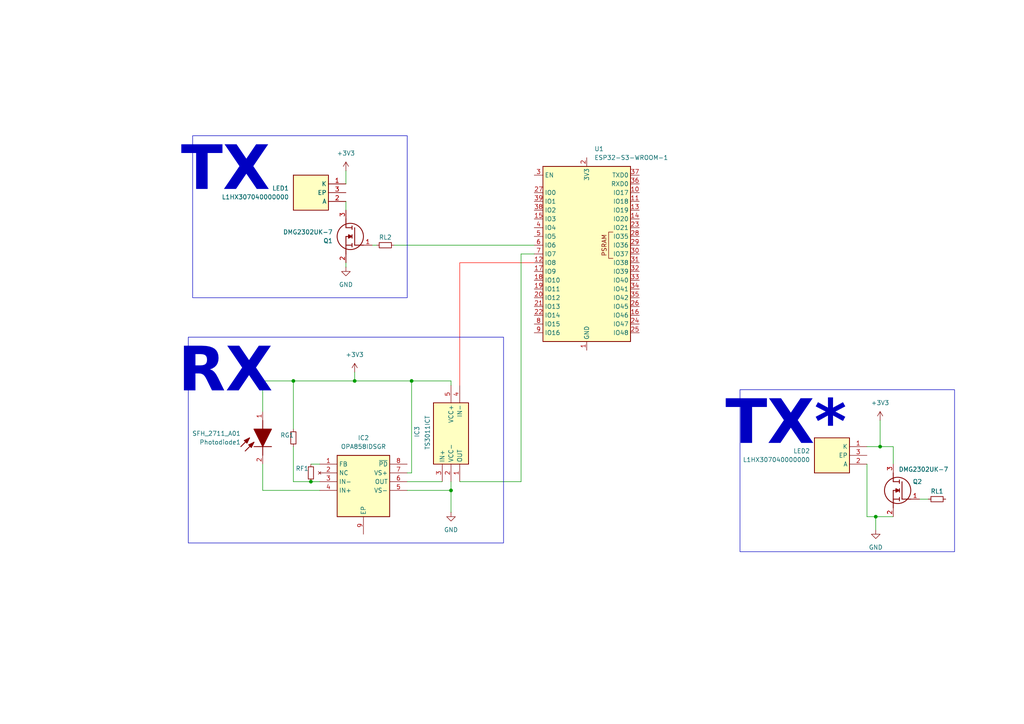
<source format=kicad_sch>
(kicad_sch
	(version 20231120)
	(generator "eeschema")
	(generator_version "8.0")
	(uuid "c074d677-57a2-4c27-a13c-a79f2f746876")
	(paper "A4")
	(lib_symbols
		(symbol "Device:R_Small"
			(pin_numbers hide)
			(pin_names
				(offset 0.254) hide)
			(exclude_from_sim no)
			(in_bom yes)
			(on_board yes)
			(property "Reference" "R"
				(at 0.762 0.508 0)
				(effects
					(font
						(size 1.27 1.27)
					)
					(justify left)
				)
			)
			(property "Value" "R_Small"
				(at 0.762 -1.016 0)
				(effects
					(font
						(size 1.27 1.27)
					)
					(justify left)
				)
			)
			(property "Footprint" ""
				(at 0 0 0)
				(effects
					(font
						(size 1.27 1.27)
					)
					(hide yes)
				)
			)
			(property "Datasheet" "~"
				(at 0 0 0)
				(effects
					(font
						(size 1.27 1.27)
					)
					(hide yes)
				)
			)
			(property "Description" "Resistor, small symbol"
				(at 0 0 0)
				(effects
					(font
						(size 1.27 1.27)
					)
					(hide yes)
				)
			)
			(property "ki_keywords" "R resistor"
				(at 0 0 0)
				(effects
					(font
						(size 1.27 1.27)
					)
					(hide yes)
				)
			)
			(property "ki_fp_filters" "R_*"
				(at 0 0 0)
				(effects
					(font
						(size 1.27 1.27)
					)
					(hide yes)
				)
			)
			(symbol "R_Small_0_1"
				(rectangle
					(start -0.762 1.778)
					(end 0.762 -1.778)
					(stroke
						(width 0.2032)
						(type default)
					)
					(fill
						(type none)
					)
				)
			)
			(symbol "R_Small_1_1"
				(pin passive line
					(at 0 2.54 270)
					(length 0.762)
					(name "~"
						(effects
							(font
								(size 1.27 1.27)
							)
						)
					)
					(number "1"
						(effects
							(font
								(size 1.27 1.27)
							)
						)
					)
				)
				(pin passive line
					(at 0 -2.54 90)
					(length 0.762)
					(name "~"
						(effects
							(font
								(size 1.27 1.27)
							)
						)
					)
					(number "2"
						(effects
							(font
								(size 1.27 1.27)
							)
						)
					)
				)
			)
		)
		(symbol "RF_Module:ESP32-S3-WROOM-1"
			(exclude_from_sim no)
			(in_bom yes)
			(on_board yes)
			(property "Reference" "U"
				(at -12.7 26.67 0)
				(effects
					(font
						(size 1.27 1.27)
					)
				)
			)
			(property "Value" "ESP32-S3-WROOM-1"
				(at 12.7 26.67 0)
				(effects
					(font
						(size 1.27 1.27)
					)
				)
			)
			(property "Footprint" "RF_Module:ESP32-S3-WROOM-1"
				(at 0 2.54 0)
				(effects
					(font
						(size 1.27 1.27)
					)
					(hide yes)
				)
			)
			(property "Datasheet" "https://www.espressif.com/sites/default/files/documentation/esp32-s3-wroom-1_wroom-1u_datasheet_en.pdf"
				(at 0 0 0)
				(effects
					(font
						(size 1.27 1.27)
					)
					(hide yes)
				)
			)
			(property "Description" "RF Module, ESP32-S3 SoC, Wi-Fi 802.11b/g/n, Bluetooth, BLE, 32-bit, 3.3V, onboard antenna, SMD"
				(at 0 0 0)
				(effects
					(font
						(size 1.27 1.27)
					)
					(hide yes)
				)
			)
			(property "ki_keywords" "RF Radio BT ESP ESP32-S3 Espressif onboard PCB antenna"
				(at 0 0 0)
				(effects
					(font
						(size 1.27 1.27)
					)
					(hide yes)
				)
			)
			(property "ki_fp_filters" "ESP32?S3?WROOM?1*"
				(at 0 0 0)
				(effects
					(font
						(size 1.27 1.27)
					)
					(hide yes)
				)
			)
			(symbol "ESP32-S3-WROOM-1_0_0"
				(rectangle
					(start -12.7 25.4)
					(end 12.7 -25.4)
					(stroke
						(width 0.254)
						(type default)
					)
					(fill
						(type background)
					)
				)
				(text "PSRAM"
					(at 5.08 2.54 900)
					(effects
						(font
							(size 1.27 1.27)
						)
					)
				)
			)
			(symbol "ESP32-S3-WROOM-1_0_1"
				(polyline
					(pts
						(xy 7.62 -1.27) (xy 6.35 -1.27) (xy 6.35 6.35) (xy 7.62 6.35)
					)
					(stroke
						(width 0)
						(type default)
					)
					(fill
						(type none)
					)
				)
			)
			(symbol "ESP32-S3-WROOM-1_1_1"
				(pin power_in line
					(at 0 -27.94 90)
					(length 2.54)
					(name "GND"
						(effects
							(font
								(size 1.27 1.27)
							)
						)
					)
					(number "1"
						(effects
							(font
								(size 1.27 1.27)
							)
						)
					)
				)
				(pin bidirectional line
					(at 15.24 17.78 180)
					(length 2.54)
					(name "IO17"
						(effects
							(font
								(size 1.27 1.27)
							)
						)
					)
					(number "10"
						(effects
							(font
								(size 1.27 1.27)
							)
						)
					)
				)
				(pin bidirectional line
					(at 15.24 15.24 180)
					(length 2.54)
					(name "IO18"
						(effects
							(font
								(size 1.27 1.27)
							)
						)
					)
					(number "11"
						(effects
							(font
								(size 1.27 1.27)
							)
						)
					)
				)
				(pin bidirectional line
					(at -15.24 -2.54 0)
					(length 2.54)
					(name "IO8"
						(effects
							(font
								(size 1.27 1.27)
							)
						)
					)
					(number "12"
						(effects
							(font
								(size 1.27 1.27)
							)
						)
					)
				)
				(pin bidirectional line
					(at 15.24 12.7 180)
					(length 2.54)
					(name "IO19"
						(effects
							(font
								(size 1.27 1.27)
							)
						)
					)
					(number "13"
						(effects
							(font
								(size 1.27 1.27)
							)
						)
					)
				)
				(pin bidirectional line
					(at 15.24 10.16 180)
					(length 2.54)
					(name "IO20"
						(effects
							(font
								(size 1.27 1.27)
							)
						)
					)
					(number "14"
						(effects
							(font
								(size 1.27 1.27)
							)
						)
					)
				)
				(pin bidirectional line
					(at -15.24 10.16 0)
					(length 2.54)
					(name "IO3"
						(effects
							(font
								(size 1.27 1.27)
							)
						)
					)
					(number "15"
						(effects
							(font
								(size 1.27 1.27)
							)
						)
					)
				)
				(pin bidirectional line
					(at 15.24 -17.78 180)
					(length 2.54)
					(name "IO46"
						(effects
							(font
								(size 1.27 1.27)
							)
						)
					)
					(number "16"
						(effects
							(font
								(size 1.27 1.27)
							)
						)
					)
				)
				(pin bidirectional line
					(at -15.24 -5.08 0)
					(length 2.54)
					(name "IO9"
						(effects
							(font
								(size 1.27 1.27)
							)
						)
					)
					(number "17"
						(effects
							(font
								(size 1.27 1.27)
							)
						)
					)
				)
				(pin bidirectional line
					(at -15.24 -7.62 0)
					(length 2.54)
					(name "IO10"
						(effects
							(font
								(size 1.27 1.27)
							)
						)
					)
					(number "18"
						(effects
							(font
								(size 1.27 1.27)
							)
						)
					)
				)
				(pin bidirectional line
					(at -15.24 -10.16 0)
					(length 2.54)
					(name "IO11"
						(effects
							(font
								(size 1.27 1.27)
							)
						)
					)
					(number "19"
						(effects
							(font
								(size 1.27 1.27)
							)
						)
					)
				)
				(pin power_in line
					(at 0 27.94 270)
					(length 2.54)
					(name "3V3"
						(effects
							(font
								(size 1.27 1.27)
							)
						)
					)
					(number "2"
						(effects
							(font
								(size 1.27 1.27)
							)
						)
					)
				)
				(pin bidirectional line
					(at -15.24 -12.7 0)
					(length 2.54)
					(name "IO12"
						(effects
							(font
								(size 1.27 1.27)
							)
						)
					)
					(number "20"
						(effects
							(font
								(size 1.27 1.27)
							)
						)
					)
				)
				(pin bidirectional line
					(at -15.24 -15.24 0)
					(length 2.54)
					(name "IO13"
						(effects
							(font
								(size 1.27 1.27)
							)
						)
					)
					(number "21"
						(effects
							(font
								(size 1.27 1.27)
							)
						)
					)
				)
				(pin bidirectional line
					(at -15.24 -17.78 0)
					(length 2.54)
					(name "IO14"
						(effects
							(font
								(size 1.27 1.27)
							)
						)
					)
					(number "22"
						(effects
							(font
								(size 1.27 1.27)
							)
						)
					)
				)
				(pin bidirectional line
					(at 15.24 7.62 180)
					(length 2.54)
					(name "IO21"
						(effects
							(font
								(size 1.27 1.27)
							)
						)
					)
					(number "23"
						(effects
							(font
								(size 1.27 1.27)
							)
						)
					)
				)
				(pin bidirectional line
					(at 15.24 -20.32 180)
					(length 2.54)
					(name "IO47"
						(effects
							(font
								(size 1.27 1.27)
							)
						)
					)
					(number "24"
						(effects
							(font
								(size 1.27 1.27)
							)
						)
					)
				)
				(pin bidirectional line
					(at 15.24 -22.86 180)
					(length 2.54)
					(name "IO48"
						(effects
							(font
								(size 1.27 1.27)
							)
						)
					)
					(number "25"
						(effects
							(font
								(size 1.27 1.27)
							)
						)
					)
				)
				(pin bidirectional line
					(at 15.24 -15.24 180)
					(length 2.54)
					(name "IO45"
						(effects
							(font
								(size 1.27 1.27)
							)
						)
					)
					(number "26"
						(effects
							(font
								(size 1.27 1.27)
							)
						)
					)
				)
				(pin bidirectional line
					(at -15.24 17.78 0)
					(length 2.54)
					(name "IO0"
						(effects
							(font
								(size 1.27 1.27)
							)
						)
					)
					(number "27"
						(effects
							(font
								(size 1.27 1.27)
							)
						)
					)
				)
				(pin bidirectional line
					(at 15.24 5.08 180)
					(length 2.54)
					(name "IO35"
						(effects
							(font
								(size 1.27 1.27)
							)
						)
					)
					(number "28"
						(effects
							(font
								(size 1.27 1.27)
							)
						)
					)
				)
				(pin bidirectional line
					(at 15.24 2.54 180)
					(length 2.54)
					(name "IO36"
						(effects
							(font
								(size 1.27 1.27)
							)
						)
					)
					(number "29"
						(effects
							(font
								(size 1.27 1.27)
							)
						)
					)
				)
				(pin input line
					(at -15.24 22.86 0)
					(length 2.54)
					(name "EN"
						(effects
							(font
								(size 1.27 1.27)
							)
						)
					)
					(number "3"
						(effects
							(font
								(size 1.27 1.27)
							)
						)
					)
				)
				(pin bidirectional line
					(at 15.24 0 180)
					(length 2.54)
					(name "IO37"
						(effects
							(font
								(size 1.27 1.27)
							)
						)
					)
					(number "30"
						(effects
							(font
								(size 1.27 1.27)
							)
						)
					)
				)
				(pin bidirectional line
					(at 15.24 -2.54 180)
					(length 2.54)
					(name "IO38"
						(effects
							(font
								(size 1.27 1.27)
							)
						)
					)
					(number "31"
						(effects
							(font
								(size 1.27 1.27)
							)
						)
					)
				)
				(pin bidirectional line
					(at 15.24 -5.08 180)
					(length 2.54)
					(name "IO39"
						(effects
							(font
								(size 1.27 1.27)
							)
						)
					)
					(number "32"
						(effects
							(font
								(size 1.27 1.27)
							)
						)
					)
				)
				(pin bidirectional line
					(at 15.24 -7.62 180)
					(length 2.54)
					(name "IO40"
						(effects
							(font
								(size 1.27 1.27)
							)
						)
					)
					(number "33"
						(effects
							(font
								(size 1.27 1.27)
							)
						)
					)
				)
				(pin bidirectional line
					(at 15.24 -10.16 180)
					(length 2.54)
					(name "IO41"
						(effects
							(font
								(size 1.27 1.27)
							)
						)
					)
					(number "34"
						(effects
							(font
								(size 1.27 1.27)
							)
						)
					)
				)
				(pin bidirectional line
					(at 15.24 -12.7 180)
					(length 2.54)
					(name "IO42"
						(effects
							(font
								(size 1.27 1.27)
							)
						)
					)
					(number "35"
						(effects
							(font
								(size 1.27 1.27)
							)
						)
					)
				)
				(pin bidirectional line
					(at 15.24 20.32 180)
					(length 2.54)
					(name "RXD0"
						(effects
							(font
								(size 1.27 1.27)
							)
						)
					)
					(number "36"
						(effects
							(font
								(size 1.27 1.27)
							)
						)
					)
				)
				(pin bidirectional line
					(at 15.24 22.86 180)
					(length 2.54)
					(name "TXD0"
						(effects
							(font
								(size 1.27 1.27)
							)
						)
					)
					(number "37"
						(effects
							(font
								(size 1.27 1.27)
							)
						)
					)
				)
				(pin bidirectional line
					(at -15.24 12.7 0)
					(length 2.54)
					(name "IO2"
						(effects
							(font
								(size 1.27 1.27)
							)
						)
					)
					(number "38"
						(effects
							(font
								(size 1.27 1.27)
							)
						)
					)
				)
				(pin bidirectional line
					(at -15.24 15.24 0)
					(length 2.54)
					(name "IO1"
						(effects
							(font
								(size 1.27 1.27)
							)
						)
					)
					(number "39"
						(effects
							(font
								(size 1.27 1.27)
							)
						)
					)
				)
				(pin bidirectional line
					(at -15.24 7.62 0)
					(length 2.54)
					(name "IO4"
						(effects
							(font
								(size 1.27 1.27)
							)
						)
					)
					(number "4"
						(effects
							(font
								(size 1.27 1.27)
							)
						)
					)
				)
				(pin passive line
					(at 0 -27.94 90)
					(length 2.54) hide
					(name "GND"
						(effects
							(font
								(size 1.27 1.27)
							)
						)
					)
					(number "40"
						(effects
							(font
								(size 1.27 1.27)
							)
						)
					)
				)
				(pin passive line
					(at 0 -27.94 90)
					(length 2.54) hide
					(name "GND"
						(effects
							(font
								(size 1.27 1.27)
							)
						)
					)
					(number "41"
						(effects
							(font
								(size 1.27 1.27)
							)
						)
					)
				)
				(pin bidirectional line
					(at -15.24 5.08 0)
					(length 2.54)
					(name "IO5"
						(effects
							(font
								(size 1.27 1.27)
							)
						)
					)
					(number "5"
						(effects
							(font
								(size 1.27 1.27)
							)
						)
					)
				)
				(pin bidirectional line
					(at -15.24 2.54 0)
					(length 2.54)
					(name "IO6"
						(effects
							(font
								(size 1.27 1.27)
							)
						)
					)
					(number "6"
						(effects
							(font
								(size 1.27 1.27)
							)
						)
					)
				)
				(pin bidirectional line
					(at -15.24 0 0)
					(length 2.54)
					(name "IO7"
						(effects
							(font
								(size 1.27 1.27)
							)
						)
					)
					(number "7"
						(effects
							(font
								(size 1.27 1.27)
							)
						)
					)
				)
				(pin bidirectional line
					(at -15.24 -20.32 0)
					(length 2.54)
					(name "IO15"
						(effects
							(font
								(size 1.27 1.27)
							)
						)
					)
					(number "8"
						(effects
							(font
								(size 1.27 1.27)
							)
						)
					)
				)
				(pin bidirectional line
					(at -15.24 -22.86 0)
					(length 2.54)
					(name "IO16"
						(effects
							(font
								(size 1.27 1.27)
							)
						)
					)
					(number "9"
						(effects
							(font
								(size 1.27 1.27)
							)
						)
					)
				)
			)
		)
		(symbol "SamacSys_Parts:DMG2302UK-7"
			(pin_names hide)
			(exclude_from_sim no)
			(in_bom yes)
			(on_board yes)
			(property "Reference" "Q"
				(at 11.43 3.81 0)
				(effects
					(font
						(size 1.27 1.27)
					)
					(justify left top)
				)
			)
			(property "Value" "DMG2302UK-7"
				(at 11.43 1.27 0)
				(effects
					(font
						(size 1.27 1.27)
					)
					(justify left top)
				)
			)
			(property "Footprint" "SOT96P240X110-3N"
				(at 11.43 -98.73 0)
				(effects
					(font
						(size 1.27 1.27)
					)
					(justify left top)
					(hide yes)
				)
			)
			(property "Datasheet" "https://www.diodes.com//assets/Datasheets/DMG2302UK.pdf"
				(at 11.43 -198.73 0)
				(effects
					(font
						(size 1.27 1.27)
					)
					(justify left top)
					(hide yes)
				)
			)
			(property "Description" "MOSFET MOSFET BVDSS: 8V-24V  Low On-Resistance  Low Input Capacitance  Fast Switching Speed  ESD Protected Gate  Totally Lead-Free & Fully RoHS Compliant (Notes 1 & 2)  Halogen and Antimony Free. Green Device (Note 3)  Qualified to AEC-Q101 Standards for High Reliability"
				(at 0 0 0)
				(effects
					(font
						(size 1.27 1.27)
					)
					(hide yes)
				)
			)
			(property "Height" "1.1"
				(at 11.43 -398.73 0)
				(effects
					(font
						(size 1.27 1.27)
					)
					(justify left top)
					(hide yes)
				)
			)
			(property "Mouser Part Number" "621-DMG2302UK-7"
				(at 11.43 -498.73 0)
				(effects
					(font
						(size 1.27 1.27)
					)
					(justify left top)
					(hide yes)
				)
			)
			(property "Mouser Price/Stock" "https://www.mouser.co.uk/ProductDetail/Diodes-Incorporated/DMG2302UK-7?qs=nJRy1mI8RR8oxdwFJAgjOg%3D%3D"
				(at 11.43 -598.73 0)
				(effects
					(font
						(size 1.27 1.27)
					)
					(justify left top)
					(hide yes)
				)
			)
			(property "Manufacturer_Name" "Diodes Incorporated"
				(at 11.43 -698.73 0)
				(effects
					(font
						(size 1.27 1.27)
					)
					(justify left top)
					(hide yes)
				)
			)
			(property "Manufacturer_Part_Number" "DMG2302UK-7"
				(at 11.43 -798.73 0)
				(effects
					(font
						(size 1.27 1.27)
					)
					(justify left top)
					(hide yes)
				)
			)
			(symbol "DMG2302UK-7_1_1"
				(polyline
					(pts
						(xy 2.54 0) (xy 5.08 0)
					)
					(stroke
						(width 0.254)
						(type default)
					)
					(fill
						(type none)
					)
				)
				(polyline
					(pts
						(xy 5.08 5.08) (xy 5.08 0)
					)
					(stroke
						(width 0.254)
						(type default)
					)
					(fill
						(type none)
					)
				)
				(polyline
					(pts
						(xy 5.842 -0.508) (xy 5.842 0.508)
					)
					(stroke
						(width 0.254)
						(type default)
					)
					(fill
						(type none)
					)
				)
				(polyline
					(pts
						(xy 5.842 0) (xy 7.62 0)
					)
					(stroke
						(width 0.254)
						(type default)
					)
					(fill
						(type none)
					)
				)
				(polyline
					(pts
						(xy 5.842 2.032) (xy 5.842 3.048)
					)
					(stroke
						(width 0.254)
						(type default)
					)
					(fill
						(type none)
					)
				)
				(polyline
					(pts
						(xy 5.842 5.588) (xy 5.842 4.572)
					)
					(stroke
						(width 0.254)
						(type default)
					)
					(fill
						(type none)
					)
				)
				(polyline
					(pts
						(xy 7.62 2.54) (xy 5.842 2.54)
					)
					(stroke
						(width 0.254)
						(type default)
					)
					(fill
						(type none)
					)
				)
				(polyline
					(pts
						(xy 7.62 2.54) (xy 7.62 -2.54)
					)
					(stroke
						(width 0.254)
						(type default)
					)
					(fill
						(type none)
					)
				)
				(polyline
					(pts
						(xy 7.62 5.08) (xy 5.842 5.08)
					)
					(stroke
						(width 0.254)
						(type default)
					)
					(fill
						(type none)
					)
				)
				(polyline
					(pts
						(xy 7.62 5.08) (xy 7.62 7.62)
					)
					(stroke
						(width 0.254)
						(type default)
					)
					(fill
						(type none)
					)
				)
				(polyline
					(pts
						(xy 5.842 2.54) (xy 6.858 3.048) (xy 6.858 2.032) (xy 5.842 2.54)
					)
					(stroke
						(width 0.254)
						(type default)
					)
					(fill
						(type outline)
					)
				)
				(circle
					(center 6.35 2.54)
					(radius 3.81)
					(stroke
						(width 0.254)
						(type default)
					)
					(fill
						(type none)
					)
				)
				(pin passive line
					(at 0 0 0)
					(length 2.54)
					(name "G"
						(effects
							(font
								(size 1.27 1.27)
							)
						)
					)
					(number "1"
						(effects
							(font
								(size 1.27 1.27)
							)
						)
					)
				)
				(pin passive line
					(at 7.62 -5.08 90)
					(length 2.54)
					(name "S"
						(effects
							(font
								(size 1.27 1.27)
							)
						)
					)
					(number "2"
						(effects
							(font
								(size 1.27 1.27)
							)
						)
					)
				)
				(pin passive line
					(at 7.62 10.16 270)
					(length 2.54)
					(name "D"
						(effects
							(font
								(size 1.27 1.27)
							)
						)
					)
					(number "3"
						(effects
							(font
								(size 1.27 1.27)
							)
						)
					)
				)
			)
		)
		(symbol "SamacSys_Parts:L1HX-65702D0000000"
			(exclude_from_sim no)
			(in_bom yes)
			(on_board yes)
			(property "Reference" "LED"
				(at 16.51 7.62 0)
				(effects
					(font
						(size 1.27 1.27)
					)
					(justify left top)
				)
			)
			(property "Value" "L1HX-65702D0000000"
				(at 16.51 5.08 0)
				(effects
					(font
						(size 1.27 1.27)
					)
					(justify left top)
				)
			)
			(property "Footprint" "L1HX65702D0000000"
				(at 16.51 -94.92 0)
				(effects
					(font
						(size 1.27 1.27)
					)
					(justify left top)
					(hide yes)
				)
			)
			(property "Datasheet" ""
				(at 16.51 -194.92 0)
				(effects
					(font
						(size 1.27 1.27)
					)
					(justify left top)
					(hide yes)
				)
			)
			(property "Description" "High Power LEDs - White White 6500 K 70-CRI, LUXEON HL2X"
				(at 0 0 0)
				(effects
					(font
						(size 1.27 1.27)
					)
					(hide yes)
				)
			)
			(property "Height" "2.385"
				(at 16.51 -394.92 0)
				(effects
					(font
						(size 1.27 1.27)
					)
					(justify left top)
					(hide yes)
				)
			)
			(property "Mouser Part Number" "997-L1HX65702D00"
				(at 16.51 -494.92 0)
				(effects
					(font
						(size 1.27 1.27)
					)
					(justify left top)
					(hide yes)
				)
			)
			(property "Mouser Price/Stock" "https://www.mouser.co.uk/ProductDetail/Lumileds/L1HX-65702D0000000?qs=rQFj71Wb1eWfHahR7D6%252B7g%3D%3D"
				(at 16.51 -594.92 0)
				(effects
					(font
						(size 1.27 1.27)
					)
					(justify left top)
					(hide yes)
				)
			)
			(property "Manufacturer_Name" "Lumileds"
				(at 16.51 -694.92 0)
				(effects
					(font
						(size 1.27 1.27)
					)
					(justify left top)
					(hide yes)
				)
			)
			(property "Manufacturer_Part_Number" "L1HX-65702D0000000"
				(at 16.51 -794.92 0)
				(effects
					(font
						(size 1.27 1.27)
					)
					(justify left top)
					(hide yes)
				)
			)
			(symbol "L1HX-65702D0000000_1_1"
				(rectangle
					(start 5.08 2.54)
					(end 15.24 -7.62)
					(stroke
						(width 0.254)
						(type default)
					)
					(fill
						(type background)
					)
				)
				(pin passive line
					(at 0 0 0)
					(length 5.08)
					(name "K"
						(effects
							(font
								(size 1.27 1.27)
							)
						)
					)
					(number "1"
						(effects
							(font
								(size 1.27 1.27)
							)
						)
					)
				)
				(pin passive line
					(at 0 -5.08 0)
					(length 5.08)
					(name "A"
						(effects
							(font
								(size 1.27 1.27)
							)
						)
					)
					(number "2"
						(effects
							(font
								(size 1.27 1.27)
							)
						)
					)
				)
				(pin passive line
					(at 0 -2.54 0)
					(length 5.08)
					(name "EP"
						(effects
							(font
								(size 1.27 1.27)
							)
						)
					)
					(number "3"
						(effects
							(font
								(size 1.27 1.27)
							)
						)
					)
				)
			)
		)
		(symbol "SamacSys_Parts:OPA858IDSGR"
			(exclude_from_sim no)
			(in_bom yes)
			(on_board yes)
			(property "Reference" "IC"
				(at 21.59 7.62 0)
				(effects
					(font
						(size 1.27 1.27)
					)
					(justify left top)
				)
			)
			(property "Value" "OPA858IDSGR"
				(at 21.59 5.08 0)
				(effects
					(font
						(size 1.27 1.27)
					)
					(justify left top)
				)
			)
			(property "Footprint" "SON50P200X200X80-9N"
				(at 21.59 -94.92 0)
				(effects
					(font
						(size 1.27 1.27)
					)
					(justify left top)
					(hide yes)
				)
			)
			(property "Datasheet" "http://www.ti.com/lit/gpn/opa858"
				(at 21.59 -194.92 0)
				(effects
					(font
						(size 1.27 1.27)
					)
					(justify left top)
					(hide yes)
				)
			)
			(property "Description" "5.5 GHz Gain Bandwidth Product, Decompensated Transimpedance Amplifier with FET Input"
				(at 0 0 0)
				(effects
					(font
						(size 1.27 1.27)
					)
					(hide yes)
				)
			)
			(property "Height" "0.8"
				(at 21.59 -394.92 0)
				(effects
					(font
						(size 1.27 1.27)
					)
					(justify left top)
					(hide yes)
				)
			)
			(property "Mouser Part Number" "595-OPA858IDSGR"
				(at 21.59 -494.92 0)
				(effects
					(font
						(size 1.27 1.27)
					)
					(justify left top)
					(hide yes)
				)
			)
			(property "Mouser Price/Stock" "https://www.mouser.co.uk/ProductDetail/Texas-Instruments/OPA858IDSGR?qs=w%2Fv1CP2dgqqeUFogXMSqHA%3D%3D"
				(at 21.59 -594.92 0)
				(effects
					(font
						(size 1.27 1.27)
					)
					(justify left top)
					(hide yes)
				)
			)
			(property "Manufacturer_Name" "Texas Instruments"
				(at 21.59 -694.92 0)
				(effects
					(font
						(size 1.27 1.27)
					)
					(justify left top)
					(hide yes)
				)
			)
			(property "Manufacturer_Part_Number" "OPA858IDSGR"
				(at 21.59 -794.92 0)
				(effects
					(font
						(size 1.27 1.27)
					)
					(justify left top)
					(hide yes)
				)
			)
			(symbol "OPA858IDSGR_1_1"
				(rectangle
					(start 5.08 2.54)
					(end 20.32 -15.24)
					(stroke
						(width 0.254)
						(type default)
					)
					(fill
						(type background)
					)
				)
				(pin passive line
					(at 0 0 0)
					(length 5.08)
					(name "FB"
						(effects
							(font
								(size 1.27 1.27)
							)
						)
					)
					(number "1"
						(effects
							(font
								(size 1.27 1.27)
							)
						)
					)
				)
				(pin no_connect line
					(at 0 -2.54 0)
					(length 5.08)
					(name "NC"
						(effects
							(font
								(size 1.27 1.27)
							)
						)
					)
					(number "2"
						(effects
							(font
								(size 1.27 1.27)
							)
						)
					)
				)
				(pin passive line
					(at 0 -5.08 0)
					(length 5.08)
					(name "IN-"
						(effects
							(font
								(size 1.27 1.27)
							)
						)
					)
					(number "3"
						(effects
							(font
								(size 1.27 1.27)
							)
						)
					)
				)
				(pin passive line
					(at 0 -7.62 0)
					(length 5.08)
					(name "IN+"
						(effects
							(font
								(size 1.27 1.27)
							)
						)
					)
					(number "4"
						(effects
							(font
								(size 1.27 1.27)
							)
						)
					)
				)
				(pin passive line
					(at 25.4 -7.62 180)
					(length 5.08)
					(name "VS-"
						(effects
							(font
								(size 1.27 1.27)
							)
						)
					)
					(number "5"
						(effects
							(font
								(size 1.27 1.27)
							)
						)
					)
				)
				(pin passive line
					(at 25.4 -5.08 180)
					(length 5.08)
					(name "OUT"
						(effects
							(font
								(size 1.27 1.27)
							)
						)
					)
					(number "6"
						(effects
							(font
								(size 1.27 1.27)
							)
						)
					)
				)
				(pin passive line
					(at 25.4 -2.54 180)
					(length 5.08)
					(name "VS+"
						(effects
							(font
								(size 1.27 1.27)
							)
						)
					)
					(number "7"
						(effects
							(font
								(size 1.27 1.27)
							)
						)
					)
				)
				(pin passive line
					(at 25.4 0 180)
					(length 5.08)
					(name "~{PD}"
						(effects
							(font
								(size 1.27 1.27)
							)
						)
					)
					(number "8"
						(effects
							(font
								(size 1.27 1.27)
							)
						)
					)
				)
				(pin passive line
					(at 12.7 -20.32 90)
					(length 5.08)
					(name "EP"
						(effects
							(font
								(size 1.27 1.27)
							)
						)
					)
					(number "9"
						(effects
							(font
								(size 1.27 1.27)
							)
						)
					)
				)
			)
		)
		(symbol "SamacSys_Parts:SFH_2711_A01"
			(pin_names hide)
			(exclude_from_sim no)
			(in_bom yes)
			(on_board yes)
			(property "Reference" "Photodiode"
				(at 6.3499 6.35 90)
				(effects
					(font
						(size 1.27 1.27)
					)
					(justify left)
				)
			)
			(property "Value" "SFH_2711_A01"
				(at 8.8899 6.35 90)
				(effects
					(font
						(size 1.27 1.27)
					)
					(justify left)
				)
			)
			(property "Footprint" "SFH2711A01"
				(at 12.7 -93.65 0)
				(effects
					(font
						(size 1.27 1.27)
					)
					(justify left bottom)
					(hide yes)
				)
			)
			(property "Datasheet" ""
				(at 12.7 -193.65 0)
				(effects
					(font
						(size 1.27 1.27)
					)
					(justify left bottom)
					(hide yes)
				)
			)
			(property "Description" "Photodiodes Silicon Photodiode ChipLED"
				(at 0 0 0)
				(effects
					(font
						(size 1.27 1.27)
					)
					(hide yes)
				)
			)
			(property "Height" "1"
				(at 12.7 -393.65 0)
				(effects
					(font
						(size 1.27 1.27)
					)
					(justify left bottom)
					(hide yes)
				)
			)
			(property "Mouser Part Number" "720-SFH2711A01"
				(at 12.7 -493.65 0)
				(effects
					(font
						(size 1.27 1.27)
					)
					(justify left bottom)
					(hide yes)
				)
			)
			(property "Mouser Price/Stock" "https://www.mouser.co.uk/ProductDetail/OSRAM-Opto-Semiconductors/SFH-2711-A01?qs=vLWxofP3U2wVnXYHvQuCoQ%3D%3D"
				(at 12.7 -593.65 0)
				(effects
					(font
						(size 1.27 1.27)
					)
					(justify left bottom)
					(hide yes)
				)
			)
			(property "Manufacturer_Name" "ams OSRAM"
				(at 12.7 -693.65 0)
				(effects
					(font
						(size 1.27 1.27)
					)
					(justify left bottom)
					(hide yes)
				)
			)
			(property "Manufacturer_Part_Number" "SFH 2711 A01"
				(at 12.7 -793.65 0)
				(effects
					(font
						(size 1.27 1.27)
					)
					(justify left bottom)
					(hide yes)
				)
			)
			(symbol "SFH_2711_A01_1_1"
				(polyline
					(pts
						(xy 2.54 0) (xy 5.08 0)
					)
					(stroke
						(width 0.254)
						(type default)
					)
					(fill
						(type none)
					)
				)
				(polyline
					(pts
						(xy 3.81 5.08) (xy 6.35 2.54)
					)
					(stroke
						(width 0.254)
						(type default)
					)
					(fill
						(type none)
					)
				)
				(polyline
					(pts
						(xy 5.08 2.54) (xy 5.08 -2.54)
					)
					(stroke
						(width 0.254)
						(type default)
					)
					(fill
						(type none)
					)
				)
				(polyline
					(pts
						(xy 5.08 6.35) (xy 7.62 3.81)
					)
					(stroke
						(width 0.254)
						(type default)
					)
					(fill
						(type none)
					)
				)
				(polyline
					(pts
						(xy 10.16 0) (xy 12.7 0)
					)
					(stroke
						(width 0.254)
						(type default)
					)
					(fill
						(type none)
					)
				)
				(polyline
					(pts
						(xy 5.08 0) (xy 10.16 2.54) (xy 10.16 -2.54) (xy 5.08 0)
					)
					(stroke
						(width 0.254)
						(type default)
					)
					(fill
						(type outline)
					)
				)
				(polyline
					(pts
						(xy 5.588 4.064) (xy 4.826 3.302) (xy 6.35 2.54) (xy 5.588 4.064)
					)
					(stroke
						(width 0.254)
						(type default)
					)
					(fill
						(type outline)
					)
				)
				(polyline
					(pts
						(xy 6.858 5.334) (xy 6.096 4.572) (xy 7.62 3.81) (xy 6.858 5.334)
					)
					(stroke
						(width 0.254)
						(type default)
					)
					(fill
						(type outline)
					)
				)
				(pin passive line
					(at 15.24 0 180)
					(length 2.54)
					(name "A"
						(effects
							(font
								(size 1.27 1.27)
							)
						)
					)
					(number "1"
						(effects
							(font
								(size 1.27 1.27)
							)
						)
					)
				)
				(pin passive line
					(at 0 0 0)
					(length 2.54)
					(name "K"
						(effects
							(font
								(size 1.27 1.27)
							)
						)
					)
					(number "2"
						(effects
							(font
								(size 1.27 1.27)
							)
						)
					)
				)
			)
		)
		(symbol "SamacSys_Parts:TS3011ICT"
			(exclude_from_sim no)
			(in_bom yes)
			(on_board yes)
			(property "Reference" "IC"
				(at 24.13 7.62 0)
				(effects
					(font
						(size 1.27 1.27)
					)
					(justify left top)
				)
			)
			(property "Value" "TS3011ICT"
				(at 24.13 5.08 0)
				(effects
					(font
						(size 1.27 1.27)
					)
					(justify left top)
				)
			)
			(property "Footprint" "SOT65P210X110-5N"
				(at 24.13 -94.92 0)
				(effects
					(font
						(size 1.27 1.27)
					)
					(justify left top)
					(hide yes)
				)
			)
			(property "Datasheet" "http://www.st.com/web/en/resource/technical/document/datasheet/DM00035351.pdf"
				(at 24.13 -194.92 0)
				(effects
					(font
						(size 1.27 1.27)
					)
					(justify left top)
					(hide yes)
				)
			)
			(property "Description" ""
				(at 0 0 0)
				(effects
					(font
						(size 1.27 1.27)
					)
					(hide yes)
				)
			)
			(property "Height" "1.1"
				(at 24.13 -394.92 0)
				(effects
					(font
						(size 1.27 1.27)
					)
					(justify left top)
					(hide yes)
				)
			)
			(property "Mouser Part Number" "511-TS3011ICT"
				(at 24.13 -494.92 0)
				(effects
					(font
						(size 1.27 1.27)
					)
					(justify left top)
					(hide yes)
				)
			)
			(property "Mouser Price/Stock" "https://www.mouser.co.uk/ProductDetail/STMicroelectronics/TS3011ICT?qs=T%2FOtf55vL7cA9j6EqKLXGQ%3D%3D"
				(at 24.13 -594.92 0)
				(effects
					(font
						(size 1.27 1.27)
					)
					(justify left top)
					(hide yes)
				)
			)
			(property "Manufacturer_Name" "STMicroelectronics"
				(at 24.13 -694.92 0)
				(effects
					(font
						(size 1.27 1.27)
					)
					(justify left top)
					(hide yes)
				)
			)
			(property "Manufacturer_Part_Number" "TS3011ICT"
				(at 24.13 -794.92 0)
				(effects
					(font
						(size 1.27 1.27)
					)
					(justify left top)
					(hide yes)
				)
			)
			(symbol "TS3011ICT_1_1"
				(rectangle
					(start 5.08 2.54)
					(end 22.86 -7.62)
					(stroke
						(width 0.254)
						(type default)
					)
					(fill
						(type background)
					)
				)
				(pin output line
					(at 0 0 0)
					(length 5.08)
					(name "OUT"
						(effects
							(font
								(size 1.27 1.27)
							)
						)
					)
					(number "1"
						(effects
							(font
								(size 1.27 1.27)
							)
						)
					)
				)
				(pin power_in line
					(at 0 -2.54 0)
					(length 5.08)
					(name "VCC-"
						(effects
							(font
								(size 1.27 1.27)
							)
						)
					)
					(number "2"
						(effects
							(font
								(size 1.27 1.27)
							)
						)
					)
				)
				(pin input line
					(at 0 -5.08 0)
					(length 5.08)
					(name "IN+"
						(effects
							(font
								(size 1.27 1.27)
							)
						)
					)
					(number "3"
						(effects
							(font
								(size 1.27 1.27)
							)
						)
					)
				)
				(pin input line
					(at 27.94 0 180)
					(length 5.08)
					(name "IN-"
						(effects
							(font
								(size 1.27 1.27)
							)
						)
					)
					(number "4"
						(effects
							(font
								(size 1.27 1.27)
							)
						)
					)
				)
				(pin power_in line
					(at 27.94 -2.54 180)
					(length 5.08)
					(name "VCC+"
						(effects
							(font
								(size 1.27 1.27)
							)
						)
					)
					(number "5"
						(effects
							(font
								(size 1.27 1.27)
							)
						)
					)
				)
			)
		)
		(symbol "power:+3V3"
			(power)
			(pin_numbers hide)
			(pin_names
				(offset 0) hide)
			(exclude_from_sim no)
			(in_bom yes)
			(on_board yes)
			(property "Reference" "#PWR"
				(at 0 -3.81 0)
				(effects
					(font
						(size 1.27 1.27)
					)
					(hide yes)
				)
			)
			(property "Value" "+3V3"
				(at 0 3.556 0)
				(effects
					(font
						(size 1.27 1.27)
					)
				)
			)
			(property "Footprint" ""
				(at 0 0 0)
				(effects
					(font
						(size 1.27 1.27)
					)
					(hide yes)
				)
			)
			(property "Datasheet" ""
				(at 0 0 0)
				(effects
					(font
						(size 1.27 1.27)
					)
					(hide yes)
				)
			)
			(property "Description" "Power symbol creates a global label with name \"+3V3\""
				(at 0 0 0)
				(effects
					(font
						(size 1.27 1.27)
					)
					(hide yes)
				)
			)
			(property "ki_keywords" "global power"
				(at 0 0 0)
				(effects
					(font
						(size 1.27 1.27)
					)
					(hide yes)
				)
			)
			(symbol "+3V3_0_1"
				(polyline
					(pts
						(xy -0.762 1.27) (xy 0 2.54)
					)
					(stroke
						(width 0)
						(type default)
					)
					(fill
						(type none)
					)
				)
				(polyline
					(pts
						(xy 0 0) (xy 0 2.54)
					)
					(stroke
						(width 0)
						(type default)
					)
					(fill
						(type none)
					)
				)
				(polyline
					(pts
						(xy 0 2.54) (xy 0.762 1.27)
					)
					(stroke
						(width 0)
						(type default)
					)
					(fill
						(type none)
					)
				)
			)
			(symbol "+3V3_1_1"
				(pin power_in line
					(at 0 0 90)
					(length 0)
					(name "~"
						(effects
							(font
								(size 1.27 1.27)
							)
						)
					)
					(number "1"
						(effects
							(font
								(size 1.27 1.27)
							)
						)
					)
				)
			)
		)
		(symbol "power:GND"
			(power)
			(pin_numbers hide)
			(pin_names
				(offset 0) hide)
			(exclude_from_sim no)
			(in_bom yes)
			(on_board yes)
			(property "Reference" "#PWR"
				(at 0 -6.35 0)
				(effects
					(font
						(size 1.27 1.27)
					)
					(hide yes)
				)
			)
			(property "Value" "GND"
				(at 0 -3.81 0)
				(effects
					(font
						(size 1.27 1.27)
					)
				)
			)
			(property "Footprint" ""
				(at 0 0 0)
				(effects
					(font
						(size 1.27 1.27)
					)
					(hide yes)
				)
			)
			(property "Datasheet" ""
				(at 0 0 0)
				(effects
					(font
						(size 1.27 1.27)
					)
					(hide yes)
				)
			)
			(property "Description" "Power symbol creates a global label with name \"GND\" , ground"
				(at 0 0 0)
				(effects
					(font
						(size 1.27 1.27)
					)
					(hide yes)
				)
			)
			(property "ki_keywords" "global power"
				(at 0 0 0)
				(effects
					(font
						(size 1.27 1.27)
					)
					(hide yes)
				)
			)
			(symbol "GND_0_1"
				(polyline
					(pts
						(xy 0 0) (xy 0 -1.27) (xy 1.27 -1.27) (xy 0 -2.54) (xy -1.27 -1.27) (xy 0 -1.27)
					)
					(stroke
						(width 0)
						(type default)
					)
					(fill
						(type none)
					)
				)
			)
			(symbol "GND_1_1"
				(pin power_in line
					(at 0 0 270)
					(length 0)
					(name "~"
						(effects
							(font
								(size 1.27 1.27)
							)
						)
					)
					(number "1"
						(effects
							(font
								(size 1.27 1.27)
							)
						)
					)
				)
			)
		)
	)
	(junction
		(at 102.87 110.49)
		(diameter 0)
		(color 0 0 0 0)
		(uuid "0276fda5-4201-4677-b952-0932bcc92c7d")
	)
	(junction
		(at 85.09 110.49)
		(diameter 0)
		(color 0 0 0 0)
		(uuid "21702899-0efb-46d8-88cc-11e942c74932")
	)
	(junction
		(at 254 149.86)
		(diameter 0)
		(color 0 0 0 0)
		(uuid "2f941d97-6de8-4767-9691-c1a939f2b3da")
	)
	(junction
		(at 90.17 139.7)
		(diameter 0)
		(color 0 0 0 0)
		(uuid "917e1ab4-904b-4c87-a758-d939b91ff883")
	)
	(junction
		(at 255.27 129.54)
		(diameter 0)
		(color 0 0 0 0)
		(uuid "a3c1f619-b04d-4839-bd85-3d36dec2889e")
	)
	(junction
		(at 119.38 110.49)
		(diameter 0)
		(color 0 0 0 0)
		(uuid "d4dce79b-fa5d-46a5-90c5-8454c5543202")
	)
	(junction
		(at 130.81 142.24)
		(diameter 0)
		(color 0 0 0 0)
		(uuid "fcc507bb-8ef5-4a6d-bbb5-2dfabfe1c2e2")
	)
	(wire
		(pts
			(xy 133.35 139.7) (xy 151.13 139.7)
		)
		(stroke
			(width 0)
			(type default)
		)
		(uuid "007a2d71-00af-4365-85a2-0acdfdcaaedb")
	)
	(wire
		(pts
			(xy 259.08 129.54) (xy 259.08 134.62)
		)
		(stroke
			(width 0)
			(type default)
		)
		(uuid "03ea6102-8bc5-41f5-8879-30cba62754c7")
	)
	(wire
		(pts
			(xy 128.27 139.7) (xy 118.11 139.7)
		)
		(stroke
			(width 0)
			(type default)
		)
		(uuid "048c0115-7f99-4a01-92ee-ba73a92d3239")
	)
	(wire
		(pts
			(xy 76.2 110.49) (xy 76.2 119.38)
		)
		(stroke
			(width 0)
			(type default)
		)
		(uuid "0c71bacb-9f4e-4e67-baf7-7421ff97b520")
	)
	(wire
		(pts
			(xy 102.87 110.49) (xy 119.38 110.49)
		)
		(stroke
			(width 0)
			(type default)
		)
		(uuid "0ea03bb8-3049-4b8f-aafc-5d23fb1ff5a1")
	)
	(wire
		(pts
			(xy 254 149.86) (xy 259.08 149.86)
		)
		(stroke
			(width 0)
			(type default)
		)
		(uuid "0fe0a1ac-0d78-47ac-a3ac-42138426dd20")
	)
	(wire
		(pts
			(xy 102.87 107.95) (xy 102.87 110.49)
		)
		(stroke
			(width 0)
			(type default)
		)
		(uuid "14058aa8-c28d-41b3-9205-cc8f0313a653")
	)
	(wire
		(pts
			(xy 266.7 144.78) (xy 269.24 144.78)
		)
		(stroke
			(width 0)
			(type default)
		)
		(uuid "2156453e-3889-4454-bba0-9b91f72a1736")
	)
	(wire
		(pts
			(xy 76.2 134.62) (xy 76.2 142.24)
		)
		(stroke
			(width 0)
			(type default)
		)
		(uuid "22bdd37a-0d6b-4753-9b4e-a9101237a8db")
	)
	(wire
		(pts
			(xy 133.35 76.2) (xy 154.94 76.2)
		)
		(stroke
			(width 0)
			(type default)
			(color 255 15 4 1)
		)
		(uuid "27596ccc-4c4a-46b5-8041-4ab7250b8094")
	)
	(wire
		(pts
			(xy 130.81 139.7) (xy 130.81 142.24)
		)
		(stroke
			(width 0)
			(type default)
		)
		(uuid "33c1065c-06c7-46de-a349-d209b71b30ca")
	)
	(wire
		(pts
			(xy 130.81 110.49) (xy 119.38 110.49)
		)
		(stroke
			(width 0)
			(type default)
		)
		(uuid "34c4e324-0db3-43a8-960e-e7b07c581bd9")
	)
	(wire
		(pts
			(xy 85.09 139.7) (xy 90.17 139.7)
		)
		(stroke
			(width 0)
			(type default)
		)
		(uuid "36328356-3ae9-496e-8941-30fdd9ac992b")
	)
	(wire
		(pts
			(xy 255.27 129.54) (xy 259.08 129.54)
		)
		(stroke
			(width 0)
			(type default)
		)
		(uuid "4b9d3fa5-1bda-4980-ab37-a002ddac3097")
	)
	(wire
		(pts
			(xy 130.81 111.76) (xy 130.81 110.49)
		)
		(stroke
			(width 0)
			(type default)
		)
		(uuid "4d05977e-4321-4fa3-acff-250fdcd28e17")
	)
	(wire
		(pts
			(xy 109.22 71.12) (xy 107.95 71.12)
		)
		(stroke
			(width 0)
			(type default)
		)
		(uuid "50716d83-9ed9-45d1-a384-cee9c7806232")
	)
	(wire
		(pts
			(xy 119.38 110.49) (xy 119.38 137.16)
		)
		(stroke
			(width 0)
			(type default)
		)
		(uuid "5139a8f0-3016-49e6-b04f-061d5c976c2f")
	)
	(wire
		(pts
			(xy 76.2 142.24) (xy 92.71 142.24)
		)
		(stroke
			(width 0)
			(type default)
		)
		(uuid "53348857-9dc9-48d6-bac7-615a70179eb8")
	)
	(wire
		(pts
			(xy 76.2 110.49) (xy 85.09 110.49)
		)
		(stroke
			(width 0)
			(type default)
		)
		(uuid "56839970-8aed-46ff-9cf0-34f5b7e13339")
	)
	(wire
		(pts
			(xy 90.17 134.62) (xy 92.71 134.62)
		)
		(stroke
			(width 0)
			(type default)
		)
		(uuid "5b4cd9ac-fdf6-4150-9b5d-86584188bca8")
	)
	(wire
		(pts
			(xy 100.33 76.2) (xy 100.33 77.47)
		)
		(stroke
			(width 0)
			(type default)
		)
		(uuid "6773eac9-2a25-4c94-9ee0-02cbbc263c96")
	)
	(wire
		(pts
			(xy 85.09 110.49) (xy 102.87 110.49)
		)
		(stroke
			(width 0)
			(type default)
		)
		(uuid "744da9c6-15d8-4a78-b32c-0eee7779ee0f")
	)
	(wire
		(pts
			(xy 251.46 149.86) (xy 254 149.86)
		)
		(stroke
			(width 0)
			(type default)
		)
		(uuid "7e172ab1-2a1d-441b-a981-de040adac190")
	)
	(wire
		(pts
			(xy 254 149.86) (xy 254 153.67)
		)
		(stroke
			(width 0)
			(type default)
		)
		(uuid "81f117ca-380e-4eea-a298-b12c76c53dca")
	)
	(wire
		(pts
			(xy 90.17 139.7) (xy 92.71 139.7)
		)
		(stroke
			(width 0)
			(type default)
		)
		(uuid "84fa571d-b4d2-4037-b9e0-89d483ffb81d")
	)
	(wire
		(pts
			(xy 119.38 137.16) (xy 118.11 137.16)
		)
		(stroke
			(width 0)
			(type default)
		)
		(uuid "871efa10-9b91-4d44-8ffd-e3251c991e38")
	)
	(wire
		(pts
			(xy 85.09 129.54) (xy 85.09 139.7)
		)
		(stroke
			(width 0)
			(type default)
		)
		(uuid "89bf7cf1-b1de-42bf-ba5b-7e0963946416")
	)
	(wire
		(pts
			(xy 100.33 58.42) (xy 100.33 60.96)
		)
		(stroke
			(width 0)
			(type default)
		)
		(uuid "91a98db3-bd5b-4690-883d-e7067e408ff9")
	)
	(wire
		(pts
			(xy 118.11 142.24) (xy 130.81 142.24)
		)
		(stroke
			(width 0)
			(type default)
		)
		(uuid "92b6a4ef-4e11-43d1-9ea6-d593f42973d3")
	)
	(wire
		(pts
			(xy 151.13 73.66) (xy 154.94 73.66)
		)
		(stroke
			(width 0)
			(type default)
		)
		(uuid "9a5f7db1-8a72-4531-9515-e6433b78159a")
	)
	(wire
		(pts
			(xy 255.27 121.92) (xy 255.27 129.54)
		)
		(stroke
			(width 0)
			(type default)
		)
		(uuid "9b9bcec0-181d-4a29-b192-8d7747bf7eff")
	)
	(wire
		(pts
			(xy 130.81 148.59) (xy 130.81 142.24)
		)
		(stroke
			(width 0)
			(type default)
		)
		(uuid "ab711b8c-fb9e-47b6-8078-9f2fafa0a5af")
	)
	(wire
		(pts
			(xy 133.35 111.76) (xy 133.35 76.2)
		)
		(stroke
			(width 0)
			(type default)
			(color 255 15 4 1)
		)
		(uuid "b046ce1f-add2-45ca-baae-d52f20ec4026")
	)
	(wire
		(pts
			(xy 251.46 129.54) (xy 255.27 129.54)
		)
		(stroke
			(width 0)
			(type default)
		)
		(uuid "d4ea99f0-1d14-4f2d-99df-9c2f930c1553")
	)
	(wire
		(pts
			(xy 154.94 71.12) (xy 114.3 71.12)
		)
		(stroke
			(width 0)
			(type default)
		)
		(uuid "d84a94c1-8aaf-4d5c-a485-a863a9982020")
	)
	(wire
		(pts
			(xy 151.13 139.7) (xy 151.13 73.66)
		)
		(stroke
			(width 0)
			(type default)
		)
		(uuid "da3d5f53-a2fa-41a7-88a0-88383a197cd5")
	)
	(wire
		(pts
			(xy 251.46 134.62) (xy 251.46 149.86)
		)
		(stroke
			(width 0)
			(type default)
		)
		(uuid "dddeeda0-f78a-42b4-887e-b8ebb519a883")
	)
	(wire
		(pts
			(xy 100.33 49.53) (xy 100.33 53.34)
		)
		(stroke
			(width 0)
			(type default)
		)
		(uuid "f9a5a7cb-8fde-45dd-8871-66b67a85dbca")
	)
	(wire
		(pts
			(xy 85.09 124.46) (xy 85.09 110.49)
		)
		(stroke
			(width 0)
			(type default)
		)
		(uuid "fdf1b5aa-3170-41ab-9efe-fb1d735ca391")
	)
	(rectangle
		(start 214.63 113.03)
		(end 276.86 160.02)
		(stroke
			(width 0)
			(type default)
		)
		(fill
			(type none)
		)
		(uuid 386cd258-c37b-44cc-a8b4-9b3e9a253ed4)
	)
	(rectangle
		(start 55.88 39.37)
		(end 118.11 86.36)
		(stroke
			(width 0)
			(type default)
		)
		(fill
			(type none)
		)
		(uuid 99465f1a-c26b-459a-ba1a-1bef658b09b6)
	)
	(rectangle
		(start 54.61 97.79)
		(end 146.05 157.48)
		(stroke
			(width 0)
			(type default)
		)
		(fill
			(type none)
		)
		(uuid bf934021-9071-4a80-a1ab-bf1f6f8cf73b)
	)
	(text_box "RX"
		(exclude_from_sim yes)
		(at 58.42 105.41 0)
		(size 13.97 5.08)
		(stroke
			(width -0.0001)
			(type default)
		)
		(fill
			(type none)
		)
		(effects
			(font
				(face "Agency FB")
				(size 12.7 12.7)
				(thickness 2.54)
				(bold yes)
			)
		)
		(uuid "2cad9ebf-fc01-4dac-81e0-2e872372cb7d")
	)
	(text_box ""
		(exclude_from_sim no)
		(at 69.85 106.68 0)
		(size 0 0)
		(stroke
			(width -0.0001)
			(type default)
		)
		(fill
			(type none)
		)
		(effects
			(font
				(size 12.7 12.7)
			)
			(justify left top)
		)
		(uuid "3ea275d1-5f23-4132-bce5-8fecdd6e9578")
	)
	(text_box "TX*"
		(exclude_from_sim yes)
		(at 220.98 120.65 0)
		(size 13.97 5.08)
		(stroke
			(width -0.0001)
			(type default)
		)
		(fill
			(type none)
		)
		(effects
			(font
				(face "Agency FB")
				(size 12.7 12.7)
				(thickness 2.54)
				(bold yes)
			)
		)
		(uuid "8a28ff91-2cd1-4a26-a81c-0c12340da8e0")
	)
	(text_box "TX"
		(exclude_from_sim yes)
		(at 58.42 46.99 0)
		(size 13.97 5.08)
		(stroke
			(width -0.0001)
			(type default)
		)
		(fill
			(type none)
		)
		(effects
			(font
				(face "Agency FB")
				(size 12.7 12.7)
				(thickness 2.54)
				(bold yes)
			)
		)
		(uuid "ed9afd0b-2588-494f-8f9b-fc9d3744b11e")
	)
	(symbol
		(lib_id "SamacSys_Parts:OPA858IDSGR")
		(at 92.71 134.62 0)
		(unit 1)
		(exclude_from_sim no)
		(in_bom yes)
		(on_board yes)
		(dnp no)
		(fields_autoplaced yes)
		(uuid "18dfa64c-d937-4354-89e0-b28aa8986397")
		(property "Reference" "IC2"
			(at 105.41 127 0)
			(effects
				(font
					(size 1.27 1.27)
				)
			)
		)
		(property "Value" "OPA858IDSGR"
			(at 105.41 129.54 0)
			(effects
				(font
					(size 1.27 1.27)
				)
			)
		)
		(property "Footprint" "SON50P200X200X80-9N"
			(at 114.3 229.54 0)
			(effects
				(font
					(size 1.27 1.27)
				)
				(justify left top)
				(hide yes)
			)
		)
		(property "Datasheet" "http://www.ti.com/lit/gpn/opa858"
			(at 114.3 329.54 0)
			(effects
				(font
					(size 1.27 1.27)
				)
				(justify left top)
				(hide yes)
			)
		)
		(property "Description" "5.5 GHz Gain Bandwidth Product, Decompensated Transimpedance Amplifier with FET Input"
			(at 92.71 134.62 0)
			(effects
				(font
					(size 1.27 1.27)
				)
				(hide yes)
			)
		)
		(property "Height" "0.8"
			(at 114.3 529.54 0)
			(effects
				(font
					(size 1.27 1.27)
				)
				(justify left top)
				(hide yes)
			)
		)
		(property "Mouser Part Number" "595-OPA858IDSGR"
			(at 114.3 629.54 0)
			(effects
				(font
					(size 1.27 1.27)
				)
				(justify left top)
				(hide yes)
			)
		)
		(property "Mouser Price/Stock" "https://www.mouser.co.uk/ProductDetail/Texas-Instruments/OPA858IDSGR?qs=w%2Fv1CP2dgqqeUFogXMSqHA%3D%3D"
			(at 114.3 729.54 0)
			(effects
				(font
					(size 1.27 1.27)
				)
				(justify left top)
				(hide yes)
			)
		)
		(property "Manufacturer_Name" "Texas Instruments"
			(at 114.3 829.54 0)
			(effects
				(font
					(size 1.27 1.27)
				)
				(justify left top)
				(hide yes)
			)
		)
		(property "Manufacturer_Part_Number" "OPA858IDSGR"
			(at 114.3 929.54 0)
			(effects
				(font
					(size 1.27 1.27)
				)
				(justify left top)
				(hide yes)
			)
		)
		(pin "3"
			(uuid "28703686-6647-4607-8ce4-769af6012f32")
		)
		(pin "6"
			(uuid "8ac0c014-99a2-4e3f-8d95-3f8d6605a7e5")
		)
		(pin "9"
			(uuid "b1ae4ba6-48c2-4f74-9daa-43b2f50baf59")
		)
		(pin "2"
			(uuid "88e13979-f35d-4ae5-88f6-397aabb737d8")
		)
		(pin "4"
			(uuid "c14f36df-c59a-4ba0-8fbb-f6d8949e14ba")
		)
		(pin "5"
			(uuid "4de97d9b-2af3-4fa6-8481-a1921f48b3ce")
		)
		(pin "7"
			(uuid "31ebff08-e0aa-43b8-9328-84969baa41cf")
		)
		(pin "8"
			(uuid "acc01e16-ce28-4722-bc7e-35a045886dd0")
		)
		(pin "1"
			(uuid "4bfec44e-7690-461c-afbf-6c798a46d572")
		)
		(instances
			(project ""
				(path "/c074d677-57a2-4c27-a13c-a79f2f746876"
					(reference "IC2")
					(unit 1)
				)
			)
		)
	)
	(symbol
		(lib_id "power:+3V3")
		(at 255.27 121.92 0)
		(unit 1)
		(exclude_from_sim no)
		(in_bom yes)
		(on_board yes)
		(dnp no)
		(fields_autoplaced yes)
		(uuid "284edf52-be0d-4143-80eb-15dc6bf532e2")
		(property "Reference" "#PWR01"
			(at 255.27 125.73 0)
			(effects
				(font
					(size 1.27 1.27)
				)
				(hide yes)
			)
		)
		(property "Value" "+3V3"
			(at 255.27 116.84 0)
			(effects
				(font
					(size 1.27 1.27)
				)
			)
		)
		(property "Footprint" ""
			(at 255.27 121.92 0)
			(effects
				(font
					(size 1.27 1.27)
				)
				(hide yes)
			)
		)
		(property "Datasheet" ""
			(at 255.27 121.92 0)
			(effects
				(font
					(size 1.27 1.27)
				)
				(hide yes)
			)
		)
		(property "Description" "Power symbol creates a global label with name \"+3V3\""
			(at 255.27 121.92 0)
			(effects
				(font
					(size 1.27 1.27)
				)
				(hide yes)
			)
		)
		(pin "1"
			(uuid "37decd07-9987-4a46-9da5-40388d8e0104")
		)
		(instances
			(project "NMROELKANRLK"
				(path "/c074d677-57a2-4c27-a13c-a79f2f746876"
					(reference "#PWR01")
					(unit 1)
				)
			)
		)
	)
	(symbol
		(lib_id "Device:R_Small")
		(at 85.09 127 0)
		(unit 1)
		(exclude_from_sim no)
		(in_bom yes)
		(on_board yes)
		(dnp no)
		(uuid "422dcad0-26cc-4189-ab49-4cb075b32ddf")
		(property "Reference" "RG1"
			(at 81.28 126.238 0)
			(effects
				(font
					(size 1.27 1.27)
				)
				(justify left)
			)
		)
		(property "Value" "R_Small"
			(at 87.63 128.2699 0)
			(effects
				(font
					(size 1.27 1.27)
				)
				(justify left)
				(hide yes)
			)
		)
		(property "Footprint" ""
			(at 85.09 127 0)
			(effects
				(font
					(size 1.27 1.27)
				)
				(hide yes)
			)
		)
		(property "Datasheet" "~"
			(at 85.09 127 0)
			(effects
				(font
					(size 1.27 1.27)
				)
				(hide yes)
			)
		)
		(property "Description" "Resistor, small symbol"
			(at 85.09 127 0)
			(effects
				(font
					(size 1.27 1.27)
				)
				(hide yes)
			)
		)
		(pin "1"
			(uuid "ce80f813-08fa-4919-984d-ac84946106d3")
		)
		(pin "2"
			(uuid "673b66f0-9108-45d5-b60e-ca40790d281b")
		)
		(instances
			(project ""
				(path "/c074d677-57a2-4c27-a13c-a79f2f746876"
					(reference "RG1")
					(unit 1)
				)
			)
		)
	)
	(symbol
		(lib_id "Device:R_Small")
		(at 90.17 137.16 0)
		(mirror y)
		(unit 1)
		(exclude_from_sim no)
		(in_bom yes)
		(on_board yes)
		(dnp no)
		(uuid "4399ad25-c64e-4497-bcce-15a8a8122869")
		(property "Reference" "RF1"
			(at 87.63 135.8899 0)
			(effects
				(font
					(size 1.27 1.27)
				)
			)
		)
		(property "Value" "RF"
			(at 87.63 138.4299 0)
			(effects
				(font
					(size 1.27 1.27)
				)
				(hide yes)
			)
		)
		(property "Footprint" ""
			(at 90.17 137.16 0)
			(effects
				(font
					(size 1.27 1.27)
				)
				(hide yes)
			)
		)
		(property "Datasheet" "~"
			(at 90.17 137.16 0)
			(effects
				(font
					(size 1.27 1.27)
				)
				(hide yes)
			)
		)
		(property "Description" "Resistor, small symbol"
			(at 90.17 137.16 0)
			(effects
				(font
					(size 1.27 1.27)
				)
				(hide yes)
			)
		)
		(pin "1"
			(uuid "ce0fa4f1-c8cf-4018-b8d3-0cd03353b629")
		)
		(pin "2"
			(uuid "defaed93-23bc-4dc0-8abd-f011ff67a97b")
		)
		(instances
			(project ""
				(path "/c074d677-57a2-4c27-a13c-a79f2f746876"
					(reference "RF1")
					(unit 1)
				)
			)
		)
	)
	(symbol
		(lib_id "power:GND")
		(at 100.33 77.47 0)
		(unit 1)
		(exclude_from_sim no)
		(in_bom yes)
		(on_board yes)
		(dnp no)
		(fields_autoplaced yes)
		(uuid "5345a7b6-5135-478e-93e0-e955aca70c86")
		(property "Reference" "#PWR02"
			(at 100.33 83.82 0)
			(effects
				(font
					(size 1.27 1.27)
				)
				(hide yes)
			)
		)
		(property "Value" "GND"
			(at 100.33 82.55 0)
			(effects
				(font
					(size 1.27 1.27)
				)
			)
		)
		(property "Footprint" ""
			(at 100.33 77.47 0)
			(effects
				(font
					(size 1.27 1.27)
				)
				(hide yes)
			)
		)
		(property "Datasheet" ""
			(at 100.33 77.47 0)
			(effects
				(font
					(size 1.27 1.27)
				)
				(hide yes)
			)
		)
		(property "Description" "Power symbol creates a global label with name \"GND\" , ground"
			(at 100.33 77.47 0)
			(effects
				(font
					(size 1.27 1.27)
				)
				(hide yes)
			)
		)
		(pin "1"
			(uuid "a2839d6f-aeaf-42dd-b8f1-47935b7ac992")
		)
		(instances
			(project ""
				(path "/c074d677-57a2-4c27-a13c-a79f2f746876"
					(reference "#PWR02")
					(unit 1)
				)
			)
		)
	)
	(symbol
		(lib_id "Device:R_Small")
		(at 111.76 71.12 270)
		(unit 1)
		(exclude_from_sim no)
		(in_bom yes)
		(on_board yes)
		(dnp no)
		(uuid "5e490893-3067-4682-9c3b-be46fd390ac9")
		(property "Reference" "RL2"
			(at 111.76 68.834 90)
			(effects
				(font
					(size 1.27 1.27)
				)
			)
		)
		(property "Value" "R_Small"
			(at 110.4901 73.66 0)
			(effects
				(font
					(size 1.27 1.27)
				)
				(justify left)
				(hide yes)
			)
		)
		(property "Footprint" ""
			(at 111.76 71.12 0)
			(effects
				(font
					(size 1.27 1.27)
				)
				(hide yes)
			)
		)
		(property "Datasheet" "~"
			(at 111.76 71.12 0)
			(effects
				(font
					(size 1.27 1.27)
				)
				(hide yes)
			)
		)
		(property "Description" "Resistor, small symbol"
			(at 111.76 71.12 0)
			(effects
				(font
					(size 1.27 1.27)
				)
				(hide yes)
			)
		)
		(pin "1"
			(uuid "ef3e6a33-f20b-490e-952e-ec6041be9822")
		)
		(pin "2"
			(uuid "ac0e727b-1343-4b1a-95c6-d92206f8a0f7")
		)
		(instances
			(project "NMROELKANRLK"
				(path "/c074d677-57a2-4c27-a13c-a79f2f746876"
					(reference "RL2")
					(unit 1)
				)
			)
		)
	)
	(symbol
		(lib_id "power:+3V3")
		(at 100.33 49.53 0)
		(unit 1)
		(exclude_from_sim no)
		(in_bom yes)
		(on_board yes)
		(dnp no)
		(fields_autoplaced yes)
		(uuid "6835b059-78fa-4de0-bc6c-c20149740b46")
		(property "Reference" "#PWR04"
			(at 100.33 53.34 0)
			(effects
				(font
					(size 1.27 1.27)
				)
				(hide yes)
			)
		)
		(property "Value" "+3V3"
			(at 100.33 44.45 0)
			(effects
				(font
					(size 1.27 1.27)
				)
			)
		)
		(property "Footprint" ""
			(at 100.33 49.53 0)
			(effects
				(font
					(size 1.27 1.27)
				)
				(hide yes)
			)
		)
		(property "Datasheet" ""
			(at 100.33 49.53 0)
			(effects
				(font
					(size 1.27 1.27)
				)
				(hide yes)
			)
		)
		(property "Description" "Power symbol creates a global label with name \"+3V3\""
			(at 100.33 49.53 0)
			(effects
				(font
					(size 1.27 1.27)
				)
				(hide yes)
			)
		)
		(pin "1"
			(uuid "8838fda4-a14a-47e9-979c-01d618181cf8")
		)
		(instances
			(project "NMROELKANRLK"
				(path "/c074d677-57a2-4c27-a13c-a79f2f746876"
					(reference "#PWR04")
					(unit 1)
				)
			)
		)
	)
	(symbol
		(lib_id "SamacSys_Parts:L1HX-65702D0000000")
		(at 100.33 53.34 0)
		(mirror y)
		(unit 1)
		(exclude_from_sim no)
		(in_bom yes)
		(on_board yes)
		(dnp no)
		(uuid "78a0bef7-a4c8-4ec0-b801-f89e940f38f7")
		(property "Reference" "LED1"
			(at 83.82 54.6099 0)
			(effects
				(font
					(size 1.27 1.27)
				)
				(justify left)
			)
		)
		(property "Value" "L1HX307040000000"
			(at 83.82 57.1499 0)
			(effects
				(font
					(size 1.27 1.27)
				)
				(justify left)
			)
		)
		(property "Footprint" "L1HX65702D0000000"
			(at 83.82 148.26 0)
			(effects
				(font
					(size 1.27 1.27)
				)
				(justify left top)
				(hide yes)
			)
		)
		(property "Datasheet" ""
			(at 83.82 248.26 0)
			(effects
				(font
					(size 1.27 1.27)
				)
				(justify left top)
				(hide yes)
			)
		)
		(property "Description" "High Power LEDs - White White 6500 K 70-CRI, LUXEON HL2X"
			(at 100.33 53.34 0)
			(effects
				(font
					(size 1.27 1.27)
				)
				(hide yes)
			)
		)
		(property "Height" "2.385"
			(at 83.82 448.26 0)
			(effects
				(font
					(size 1.27 1.27)
				)
				(justify left top)
				(hide yes)
			)
		)
		(property "Mouser Part Number" "997-L1HX65702D00"
			(at 83.82 548.26 0)
			(effects
				(font
					(size 1.27 1.27)
				)
				(justify left top)
				(hide yes)
			)
		)
		(property "Mouser Price/Stock" "https://www.mouser.co.uk/ProductDetail/Lumileds/L1HX-65702D0000000?qs=rQFj71Wb1eWfHahR7D6%252B7g%3D%3D"
			(at 83.82 648.26 0)
			(effects
				(font
					(size 1.27 1.27)
				)
				(justify left top)
				(hide yes)
			)
		)
		(property "Manufacturer_Name" "Lumileds"
			(at 83.82 748.26 0)
			(effects
				(font
					(size 1.27 1.27)
				)
				(justify left top)
				(hide yes)
			)
		)
		(property "Manufacturer_Part_Number" "L1HX-65702D0000000"
			(at 83.82 848.26 0)
			(effects
				(font
					(size 1.27 1.27)
				)
				(justify left top)
				(hide yes)
			)
		)
		(pin "3"
			(uuid "cd346001-df0f-42c8-a753-aba71a45cd07")
		)
		(pin "2"
			(uuid "1cb38fff-9f2c-4c88-8f75-e7b7d04b4f41")
		)
		(pin "1"
			(uuid "3e75e03a-5c3d-497d-ae95-829468846917")
		)
		(instances
			(project ""
				(path "/c074d677-57a2-4c27-a13c-a79f2f746876"
					(reference "LED1")
					(unit 1)
				)
			)
		)
	)
	(symbol
		(lib_id "SamacSys_Parts:DMG2302UK-7")
		(at 266.7 144.78 0)
		(mirror y)
		(unit 1)
		(exclude_from_sim no)
		(in_bom yes)
		(on_board yes)
		(dnp no)
		(uuid "84060e32-82e7-4424-a5fe-e5e7e6b48d39")
		(property "Reference" "Q2"
			(at 267.462 139.7 0)
			(effects
				(font
					(size 1.27 1.27)
				)
				(justify left)
			)
		)
		(property "Value" "DMG2302UK-7"
			(at 275.082 136.144 0)
			(effects
				(font
					(size 1.27 1.27)
				)
				(justify left)
			)
		)
		(property "Footprint" "SOT96P240X110-3N"
			(at 255.27 243.51 0)
			(effects
				(font
					(size 1.27 1.27)
				)
				(justify left top)
				(hide yes)
			)
		)
		(property "Datasheet" "https://www.diodes.com//assets/Datasheets/DMG2302UK.pdf"
			(at 255.27 343.51 0)
			(effects
				(font
					(size 1.27 1.27)
				)
				(justify left top)
				(hide yes)
			)
		)
		(property "Description" "MOSFET MOSFET BVDSS: 8V-24V  Low On-Resistance  Low Input Capacitance  Fast Switching Speed  ESD Protected Gate  Totally Lead-Free & Fully RoHS Compliant (Notes 1 & 2)  Halogen and Antimony Free. Green Device (Note 3)  Qualified to AEC-Q101 Standards for High Reliability"
			(at 266.7 144.78 0)
			(effects
				(font
					(size 1.27 1.27)
				)
				(hide yes)
			)
		)
		(property "Height" "1.1"
			(at 255.27 543.51 0)
			(effects
				(font
					(size 1.27 1.27)
				)
				(justify left top)
				(hide yes)
			)
		)
		(property "Mouser Part Number" "621-DMG2302UK-7"
			(at 255.27 643.51 0)
			(effects
				(font
					(size 1.27 1.27)
				)
				(justify left top)
				(hide yes)
			)
		)
		(property "Mouser Price/Stock" "https://www.mouser.co.uk/ProductDetail/Diodes-Incorporated/DMG2302UK-7?qs=nJRy1mI8RR8oxdwFJAgjOg%3D%3D"
			(at 255.27 743.51 0)
			(effects
				(font
					(size 1.27 1.27)
				)
				(justify left top)
				(hide yes)
			)
		)
		(property "Manufacturer_Name" "Diodes Incorporated"
			(at 255.27 843.51 0)
			(effects
				(font
					(size 1.27 1.27)
				)
				(justify left top)
				(hide yes)
			)
		)
		(property "Manufacturer_Part_Number" "DMG2302UK-7"
			(at 255.27 943.51 0)
			(effects
				(font
					(size 1.27 1.27)
				)
				(justify left top)
				(hide yes)
			)
		)
		(pin "2"
			(uuid "11232bb5-66f5-4ce8-8046-f4fa7963103c")
		)
		(pin "3"
			(uuid "a258f6da-defe-4b88-9399-e522a4ea1cfd")
		)
		(pin "1"
			(uuid "48636d8c-a1a6-4a21-964d-fbbc0d2da75c")
		)
		(instances
			(project "NMROELKANRLK"
				(path "/c074d677-57a2-4c27-a13c-a79f2f746876"
					(reference "Q2")
					(unit 1)
				)
			)
		)
	)
	(symbol
		(lib_id "SamacSys_Parts:TS3011ICT")
		(at 133.35 139.7 270)
		(mirror x)
		(unit 1)
		(exclude_from_sim no)
		(in_bom yes)
		(on_board yes)
		(dnp no)
		(uuid "8d2057d1-e976-4d63-bc69-e02f1d46bd06")
		(property "Reference" "IC3"
			(at 121.666 125.222 0)
			(effects
				(font
					(size 1.27 1.27)
				)
				(justify top)
			)
		)
		(property "Value" "TS3011ICT"
			(at 124.714 125.476 0)
			(effects
				(font
					(size 1.27 1.27)
				)
				(justify top)
			)
		)
		(property "Footprint" "SOT65P210X110-5N"
			(at 38.43 115.57 0)
			(effects
				(font
					(size 1.27 1.27)
				)
				(justify left top)
				(hide yes)
			)
		)
		(property "Datasheet" "http://www.st.com/web/en/resource/technical/document/datasheet/DM00035351.pdf"
			(at -61.57 115.57 0)
			(effects
				(font
					(size 1.27 1.27)
				)
				(justify left top)
				(hide yes)
			)
		)
		(property "Description" ""
			(at 133.35 139.7 0)
			(effects
				(font
					(size 1.27 1.27)
				)
				(hide yes)
			)
		)
		(property "Height" "1.1"
			(at -261.57 115.57 0)
			(effects
				(font
					(size 1.27 1.27)
				)
				(justify left top)
				(hide yes)
			)
		)
		(property "Mouser Part Number" "511-TS3011ICT"
			(at -361.57 115.57 0)
			(effects
				(font
					(size 1.27 1.27)
				)
				(justify left top)
				(hide yes)
			)
		)
		(property "Mouser Price/Stock" "https://www.mouser.co.uk/ProductDetail/STMicroelectronics/TS3011ICT?qs=T%2FOtf55vL7cA9j6EqKLXGQ%3D%3D"
			(at -461.57 115.57 0)
			(effects
				(font
					(size 1.27 1.27)
				)
				(justify left top)
				(hide yes)
			)
		)
		(property "Manufacturer_Name" "STMicroelectronics"
			(at -561.57 115.57 0)
			(effects
				(font
					(size 1.27 1.27)
				)
				(justify left top)
				(hide yes)
			)
		)
		(property "Manufacturer_Part_Number" "TS3011ICT"
			(at -661.57 115.57 0)
			(effects
				(font
					(size 1.27 1.27)
				)
				(justify left top)
				(hide yes)
			)
		)
		(pin "3"
			(uuid "88629872-f510-418b-adc4-c4f0c76d2588")
		)
		(pin "4"
			(uuid "f5b0b6d2-572d-4a89-af42-535d280e2f49")
		)
		(pin "2"
			(uuid "08fde031-1653-4313-9c2e-630c12db7472")
		)
		(pin "5"
			(uuid "7f2c9c29-c968-4d40-ba6b-6a45b49512a8")
		)
		(pin "1"
			(uuid "c0ebfb9f-274e-48f7-83d0-552f4be8412b")
		)
		(instances
			(project ""
				(path "/c074d677-57a2-4c27-a13c-a79f2f746876"
					(reference "IC3")
					(unit 1)
				)
			)
		)
	)
	(symbol
		(lib_id "RF_Module:ESP32-S3-WROOM-1")
		(at 170.18 73.66 0)
		(unit 1)
		(exclude_from_sim no)
		(in_bom yes)
		(on_board yes)
		(dnp no)
		(fields_autoplaced yes)
		(uuid "a0bcd9ae-068d-4fff-8a23-d1b7b3759a01")
		(property "Reference" "U1"
			(at 172.3741 43.18 0)
			(effects
				(font
					(size 1.27 1.27)
				)
				(justify left)
			)
		)
		(property "Value" "ESP32-S3-WROOM-1"
			(at 172.3741 45.72 0)
			(effects
				(font
					(size 1.27 1.27)
				)
				(justify left)
			)
		)
		(property "Footprint" "RF_Module:ESP32-S3-WROOM-2"
			(at 170.18 71.12 0)
			(effects
				(font
					(size 1.27 1.27)
				)
				(hide yes)
			)
		)
		(property "Datasheet" "https://www.espressif.com/sites/default/files/documentation/esp32-s3-wroom-1_wroom-1u_datasheet_en.pdf"
			(at 170.18 73.66 0)
			(effects
				(font
					(size 1.27 1.27)
				)
				(hide yes)
			)
		)
		(property "Description" "RF Module, ESP32-S3 SoC, Wi-Fi 802.11b/g/n, Bluetooth, BLE, 32-bit, 3.3V, onboard antenna, SMD"
			(at 170.18 73.66 0)
			(effects
				(font
					(size 1.27 1.27)
				)
				(hide yes)
			)
		)
		(pin "15"
			(uuid "7bc44fc1-4dd0-4f4d-a451-97cb28737ed1")
		)
		(pin "11"
			(uuid "30bccab2-aed0-4860-abf0-27f81cfc0cc1")
		)
		(pin "16"
			(uuid "d649e662-5197-4791-8fe5-6c7c855ab624")
		)
		(pin "4"
			(uuid "131c604f-09af-4c2e-8808-3ac16b64cb27")
		)
		(pin "39"
			(uuid "3c9a5c50-7d41-4147-93d7-fa3cf09659bf")
		)
		(pin "6"
			(uuid "4c56f356-8ba2-4497-9c85-65def49aec39")
		)
		(pin "22"
			(uuid "76e6c9bc-7ae8-4e6f-8a54-038bf0288267")
		)
		(pin "13"
			(uuid "45e38fc3-a222-40a9-ae51-6725ff2eabf2")
		)
		(pin "28"
			(uuid "e28326be-a519-43fc-824b-f2dd322be4e6")
		)
		(pin "34"
			(uuid "fa4f4565-5084-4dde-b053-ce4612fb167a")
		)
		(pin "41"
			(uuid "f2cb88c9-8da0-454e-b5bb-7b77376b015e")
		)
		(pin "3"
			(uuid "26baa2fb-6d06-4a25-b6d4-aaf7ea36c5a5")
		)
		(pin "18"
			(uuid "6ca1966c-0559-4be8-a5ad-7032cb3ec4af")
		)
		(pin "27"
			(uuid "8499bd31-f81f-49a1-b9ea-6c8fe064f6f7")
		)
		(pin "23"
			(uuid "0858adb4-6896-4978-9461-cfe95424f080")
		)
		(pin "31"
			(uuid "a65e3e59-9f53-4bbc-8818-4d8463913cde")
		)
		(pin "17"
			(uuid "627c2560-c966-4999-82b0-aa81b1815ba8")
		)
		(pin "10"
			(uuid "b197763b-cccb-4049-8b3b-e537564f3e9b")
		)
		(pin "32"
			(uuid "9c75592a-8d9d-4521-88b4-3f62a107c0ac")
		)
		(pin "2"
			(uuid "d8b6c666-10a3-46eb-850e-bb0d54206442")
		)
		(pin "20"
			(uuid "19ff03d2-6689-49c0-b1ff-20f9731f22ab")
		)
		(pin "30"
			(uuid "2d0f4f5d-dec1-4e3f-b6f7-4c421951a81c")
		)
		(pin "33"
			(uuid "da3055c9-58d1-4d11-b4d2-1566656726ca")
		)
		(pin "29"
			(uuid "d0a617c7-59e2-4513-872c-02e1ff21ad99")
		)
		(pin "36"
			(uuid "db678774-9bd9-4a7c-aabe-37befb87740c")
		)
		(pin "37"
			(uuid "a1a289bc-e53f-4cec-9fcc-439440b832fd")
		)
		(pin "5"
			(uuid "b1a50a46-a256-4fef-b05c-f91afb097a4a")
		)
		(pin "14"
			(uuid "b525568f-06f1-46a2-b5fd-a8a7dd8a988f")
		)
		(pin "19"
			(uuid "1e12ef9a-1687-47bb-bc13-ac257a9c6aa9")
		)
		(pin "38"
			(uuid "fc04ea57-2446-4f1b-9654-d6ff3a2a0282")
		)
		(pin "1"
			(uuid "c08cfa63-67e2-4d60-a3ae-1b5411f31549")
		)
		(pin "25"
			(uuid "c17bebba-8244-4377-8ea0-7f66589efa83")
		)
		(pin "7"
			(uuid "f2f45c8d-0acd-4f34-b1b8-6c2659e756a7")
		)
		(pin "8"
			(uuid "67f630b8-2ecb-4b18-9d59-6b974e5b53c0")
		)
		(pin "9"
			(uuid "17a63595-382c-4e0f-b9e6-3c0ce83469fc")
		)
		(pin "12"
			(uuid "fc2c3dcb-6cd5-442d-a819-d517d3789ad5")
		)
		(pin "40"
			(uuid "31dc098a-68c7-4d1e-b088-33ed44aa54da")
		)
		(pin "35"
			(uuid "a51f5d1f-eda7-4a06-9068-d0d1b8d060f3")
		)
		(pin "21"
			(uuid "5ebae772-1655-441b-93db-823edff19d0d")
		)
		(pin "26"
			(uuid "2cbb8380-a10e-4cba-abbc-e577533cc326")
		)
		(pin "24"
			(uuid "d62d95fd-4c6f-4444-a4c2-9bdd5676f532")
		)
		(instances
			(project ""
				(path "/c074d677-57a2-4c27-a13c-a79f2f746876"
					(reference "U1")
					(unit 1)
				)
			)
		)
	)
	(symbol
		(lib_id "Device:R_Small")
		(at 271.78 144.78 270)
		(unit 1)
		(exclude_from_sim no)
		(in_bom yes)
		(on_board yes)
		(dnp no)
		(uuid "c52d1cf2-c0e1-4504-9093-63604ca52190")
		(property "Reference" "RL1"
			(at 271.78 142.494 90)
			(effects
				(font
					(size 1.27 1.27)
				)
			)
		)
		(property "Value" "R_Small"
			(at 270.5101 147.32 0)
			(effects
				(font
					(size 1.27 1.27)
				)
				(justify left)
				(hide yes)
			)
		)
		(property "Footprint" ""
			(at 271.78 144.78 0)
			(effects
				(font
					(size 1.27 1.27)
				)
				(hide yes)
			)
		)
		(property "Datasheet" "~"
			(at 271.78 144.78 0)
			(effects
				(font
					(size 1.27 1.27)
				)
				(hide yes)
			)
		)
		(property "Description" "Resistor, small symbol"
			(at 271.78 144.78 0)
			(effects
				(font
					(size 1.27 1.27)
				)
				(hide yes)
			)
		)
		(pin "1"
			(uuid "2496e68a-6d4b-4a68-b724-c845f27ccbd4")
		)
		(pin "2"
			(uuid "3349931e-d5f9-42ce-ac19-cc40ed73a32e")
		)
		(instances
			(project "NMROELKANRLK"
				(path "/c074d677-57a2-4c27-a13c-a79f2f746876"
					(reference "RL1")
					(unit 1)
				)
			)
		)
	)
	(symbol
		(lib_id "power:+3V3")
		(at 102.87 107.95 0)
		(unit 1)
		(exclude_from_sim no)
		(in_bom yes)
		(on_board yes)
		(dnp no)
		(fields_autoplaced yes)
		(uuid "cb6a6400-8377-4db3-906b-62771f4f7a1f")
		(property "Reference" "#PWR03"
			(at 102.87 111.76 0)
			(effects
				(font
					(size 1.27 1.27)
				)
				(hide yes)
			)
		)
		(property "Value" "+3V3"
			(at 102.87 102.87 0)
			(effects
				(font
					(size 1.27 1.27)
				)
			)
		)
		(property "Footprint" ""
			(at 102.87 107.95 0)
			(effects
				(font
					(size 1.27 1.27)
				)
				(hide yes)
			)
		)
		(property "Datasheet" ""
			(at 102.87 107.95 0)
			(effects
				(font
					(size 1.27 1.27)
				)
				(hide yes)
			)
		)
		(property "Description" "Power symbol creates a global label with name \"+3V3\""
			(at 102.87 107.95 0)
			(effects
				(font
					(size 1.27 1.27)
				)
				(hide yes)
			)
		)
		(pin "1"
			(uuid "70205461-9115-420c-8b1f-2715d7a45558")
		)
		(instances
			(project "NMROELKANRLK"
				(path "/c074d677-57a2-4c27-a13c-a79f2f746876"
					(reference "#PWR03")
					(unit 1)
				)
			)
		)
	)
	(symbol
		(lib_id "SamacSys_Parts:DMG2302UK-7")
		(at 107.95 71.12 0)
		(mirror y)
		(unit 1)
		(exclude_from_sim no)
		(in_bom yes)
		(on_board yes)
		(dnp no)
		(uuid "cb8ab479-0244-40da-81a6-430481b69c75")
		(property "Reference" "Q1"
			(at 96.52 69.8501 0)
			(effects
				(font
					(size 1.27 1.27)
				)
				(justify left)
			)
		)
		(property "Value" "DMG2302UK-7"
			(at 96.52 67.3101 0)
			(effects
				(font
					(size 1.27 1.27)
				)
				(justify left)
			)
		)
		(property "Footprint" "SOT96P240X110-3N"
			(at 96.52 169.85 0)
			(effects
				(font
					(size 1.27 1.27)
				)
				(justify left top)
				(hide yes)
			)
		)
		(property "Datasheet" "https://www.diodes.com//assets/Datasheets/DMG2302UK.pdf"
			(at 96.52 269.85 0)
			(effects
				(font
					(size 1.27 1.27)
				)
				(justify left top)
				(hide yes)
			)
		)
		(property "Description" "MOSFET MOSFET BVDSS: 8V-24V  Low On-Resistance  Low Input Capacitance  Fast Switching Speed  ESD Protected Gate  Totally Lead-Free & Fully RoHS Compliant (Notes 1 & 2)  Halogen and Antimony Free. Green Device (Note 3)  Qualified to AEC-Q101 Standards for High Reliability"
			(at 107.95 71.12 0)
			(effects
				(font
					(size 1.27 1.27)
				)
				(hide yes)
			)
		)
		(property "Height" "1.1"
			(at 96.52 469.85 0)
			(effects
				(font
					(size 1.27 1.27)
				)
				(justify left top)
				(hide yes)
			)
		)
		(property "Mouser Part Number" "621-DMG2302UK-7"
			(at 96.52 569.85 0)
			(effects
				(font
					(size 1.27 1.27)
				)
				(justify left top)
				(hide yes)
			)
		)
		(property "Mouser Price/Stock" "https://www.mouser.co.uk/ProductDetail/Diodes-Incorporated/DMG2302UK-7?qs=nJRy1mI8RR8oxdwFJAgjOg%3D%3D"
			(at 96.52 669.85 0)
			(effects
				(font
					(size 1.27 1.27)
				)
				(justify left top)
				(hide yes)
			)
		)
		(property "Manufacturer_Name" "Diodes Incorporated"
			(at 96.52 769.85 0)
			(effects
				(font
					(size 1.27 1.27)
				)
				(justify left top)
				(hide yes)
			)
		)
		(property "Manufacturer_Part_Number" "DMG2302UK-7"
			(at 96.52 869.85 0)
			(effects
				(font
					(size 1.27 1.27)
				)
				(justify left top)
				(hide yes)
			)
		)
		(pin "2"
			(uuid "6a90b2ba-b175-41d0-b2ee-ef8e95987605")
		)
		(pin "3"
			(uuid "1a6a7bf1-dd17-450d-a2bf-0dc84c463568")
		)
		(pin "1"
			(uuid "7856df6f-be15-495b-b486-d4dd4f57cd64")
		)
		(instances
			(project ""
				(path "/c074d677-57a2-4c27-a13c-a79f2f746876"
					(reference "Q1")
					(unit 1)
				)
			)
		)
	)
	(symbol
		(lib_id "SamacSys_Parts:L1HX-65702D0000000")
		(at 251.46 129.54 0)
		(mirror y)
		(unit 1)
		(exclude_from_sim no)
		(in_bom yes)
		(on_board yes)
		(dnp no)
		(uuid "d5768cc1-6c39-4438-a502-86f5df465f96")
		(property "Reference" "LED2"
			(at 234.95 130.8099 0)
			(effects
				(font
					(size 1.27 1.27)
				)
				(justify left)
			)
		)
		(property "Value" "L1HX307040000000"
			(at 234.95 133.3499 0)
			(effects
				(font
					(size 1.27 1.27)
				)
				(justify left)
			)
		)
		(property "Footprint" "L1HX65702D0000000"
			(at 234.95 224.46 0)
			(effects
				(font
					(size 1.27 1.27)
				)
				(justify left top)
				(hide yes)
			)
		)
		(property "Datasheet" ""
			(at 234.95 324.46 0)
			(effects
				(font
					(size 1.27 1.27)
				)
				(justify left top)
				(hide yes)
			)
		)
		(property "Description" "High Power LEDs - White White 6500 K 70-CRI, LUXEON HL2X"
			(at 251.46 129.54 0)
			(effects
				(font
					(size 1.27 1.27)
				)
				(hide yes)
			)
		)
		(property "Height" "2.385"
			(at 234.95 524.46 0)
			(effects
				(font
					(size 1.27 1.27)
				)
				(justify left top)
				(hide yes)
			)
		)
		(property "Mouser Part Number" "997-L1HX65702D00"
			(at 234.95 624.46 0)
			(effects
				(font
					(size 1.27 1.27)
				)
				(justify left top)
				(hide yes)
			)
		)
		(property "Mouser Price/Stock" "https://www.mouser.co.uk/ProductDetail/Lumileds/L1HX-65702D0000000?qs=rQFj71Wb1eWfHahR7D6%252B7g%3D%3D"
			(at 234.95 724.46 0)
			(effects
				(font
					(size 1.27 1.27)
				)
				(justify left top)
				(hide yes)
			)
		)
		(property "Manufacturer_Name" "Lumileds"
			(at 234.95 824.46 0)
			(effects
				(font
					(size 1.27 1.27)
				)
				(justify left top)
				(hide yes)
			)
		)
		(property "Manufacturer_Part_Number" "L1HX-65702D0000000"
			(at 234.95 924.46 0)
			(effects
				(font
					(size 1.27 1.27)
				)
				(justify left top)
				(hide yes)
			)
		)
		(pin "3"
			(uuid "cb863c95-926b-4dcc-bbeb-edccd39f280a")
		)
		(pin "2"
			(uuid "4faa3d72-e9f8-4674-944c-c43a8d86a95d")
		)
		(pin "1"
			(uuid "7338599b-2028-4eec-bbaa-4a66eca79631")
		)
		(instances
			(project "NMROELKANRLK"
				(path "/c074d677-57a2-4c27-a13c-a79f2f746876"
					(reference "LED2")
					(unit 1)
				)
			)
		)
	)
	(symbol
		(lib_id "power:GND")
		(at 130.81 148.59 0)
		(unit 1)
		(exclude_from_sim no)
		(in_bom yes)
		(on_board yes)
		(dnp no)
		(fields_autoplaced yes)
		(uuid "de452943-496d-40d9-ace9-3411dd9f9d15")
		(property "Reference" "#PWR06"
			(at 130.81 154.94 0)
			(effects
				(font
					(size 1.27 1.27)
				)
				(hide yes)
			)
		)
		(property "Value" "GND"
			(at 130.81 153.67 0)
			(effects
				(font
					(size 1.27 1.27)
				)
			)
		)
		(property "Footprint" ""
			(at 130.81 148.59 0)
			(effects
				(font
					(size 1.27 1.27)
				)
				(hide yes)
			)
		)
		(property "Datasheet" ""
			(at 130.81 148.59 0)
			(effects
				(font
					(size 1.27 1.27)
				)
				(hide yes)
			)
		)
		(property "Description" "Power symbol creates a global label with name \"GND\" , ground"
			(at 130.81 148.59 0)
			(effects
				(font
					(size 1.27 1.27)
				)
				(hide yes)
			)
		)
		(pin "1"
			(uuid "7921d8b8-a6d2-431c-8d00-ef52fc7e2b4c")
		)
		(instances
			(project "NMROELKANRLK"
				(path "/c074d677-57a2-4c27-a13c-a79f2f746876"
					(reference "#PWR06")
					(unit 1)
				)
			)
		)
	)
	(symbol
		(lib_id "SamacSys_Parts:SFH_2711_A01")
		(at 76.2 134.62 90)
		(unit 1)
		(exclude_from_sim no)
		(in_bom yes)
		(on_board yes)
		(dnp no)
		(uuid "f114f139-d120-4b10-b0f5-d15d197e2c88")
		(property "Reference" "Photodiode1"
			(at 69.85 128.2701 90)
			(effects
				(font
					(size 1.27 1.27)
				)
				(justify left)
			)
		)
		(property "Value" "SFH_2711_A01"
			(at 69.85 125.7301 90)
			(effects
				(font
					(size 1.27 1.27)
				)
				(justify left)
			)
		)
		(property "Footprint" "SFH2711A01"
			(at 169.85 121.92 0)
			(effects
				(font
					(size 1.27 1.27)
				)
				(justify left bottom)
				(hide yes)
			)
		)
		(property "Datasheet" ""
			(at 269.85 121.92 0)
			(effects
				(font
					(size 1.27 1.27)
				)
				(justify left bottom)
				(hide yes)
			)
		)
		(property "Description" "Photodiodes Silicon Photodiode ChipLED"
			(at 76.2 134.62 0)
			(effects
				(font
					(size 1.27 1.27)
				)
				(hide yes)
			)
		)
		(property "Height" "1"
			(at 469.85 121.92 0)
			(effects
				(font
					(size 1.27 1.27)
				)
				(justify left bottom)
				(hide yes)
			)
		)
		(property "Mouser Part Number" "720-SFH2711A01"
			(at 569.85 121.92 0)
			(effects
				(font
					(size 1.27 1.27)
				)
				(justify left bottom)
				(hide yes)
			)
		)
		(property "Mouser Price/Stock" "https://www.mouser.co.uk/ProductDetail/OSRAM-Opto-Semiconductors/SFH-2711-A01?qs=vLWxofP3U2wVnXYHvQuCoQ%3D%3D"
			(at 669.85 121.92 0)
			(effects
				(font
					(size 1.27 1.27)
				)
				(justify left bottom)
				(hide yes)
			)
		)
		(property "Manufacturer_Name" "ams OSRAM"
			(at 769.85 121.92 0)
			(effects
				(font
					(size 1.27 1.27)
				)
				(justify left bottom)
				(hide yes)
			)
		)
		(property "Manufacturer_Part_Number" "SFH 2711 A01"
			(at 869.85 121.92 0)
			(effects
				(font
					(size 1.27 1.27)
				)
				(justify left bottom)
				(hide yes)
			)
		)
		(pin "2"
			(uuid "d44f012a-71ad-4206-8ebc-f8fc80b534bd")
		)
		(pin "1"
			(uuid "06332117-b132-444b-a93c-4306ed77df28")
		)
		(instances
			(project ""
				(path "/c074d677-57a2-4c27-a13c-a79f2f746876"
					(reference "Photodiode1")
					(unit 1)
				)
			)
		)
	)
	(symbol
		(lib_id "power:GND")
		(at 254 153.67 0)
		(unit 1)
		(exclude_from_sim no)
		(in_bom yes)
		(on_board yes)
		(dnp no)
		(fields_autoplaced yes)
		(uuid "f61cd381-4f6b-4b30-b60a-115ac33850f6")
		(property "Reference" "#PWR05"
			(at 254 160.02 0)
			(effects
				(font
					(size 1.27 1.27)
				)
				(hide yes)
			)
		)
		(property "Value" "GND"
			(at 254 158.75 0)
			(effects
				(font
					(size 1.27 1.27)
				)
			)
		)
		(property "Footprint" ""
			(at 254 153.67 0)
			(effects
				(font
					(size 1.27 1.27)
				)
				(hide yes)
			)
		)
		(property "Datasheet" ""
			(at 254 153.67 0)
			(effects
				(font
					(size 1.27 1.27)
				)
				(hide yes)
			)
		)
		(property "Description" "Power symbol creates a global label with name \"GND\" , ground"
			(at 254 153.67 0)
			(effects
				(font
					(size 1.27 1.27)
				)
				(hide yes)
			)
		)
		(pin "1"
			(uuid "6b9935cf-7754-4671-a670-f430e6b8ef43")
		)
		(instances
			(project "NMROELKANRLK"
				(path "/c074d677-57a2-4c27-a13c-a79f2f746876"
					(reference "#PWR05")
					(unit 1)
				)
			)
		)
	)
	(sheet_instances
		(path "/"
			(page "1")
		)
	)
)

</source>
